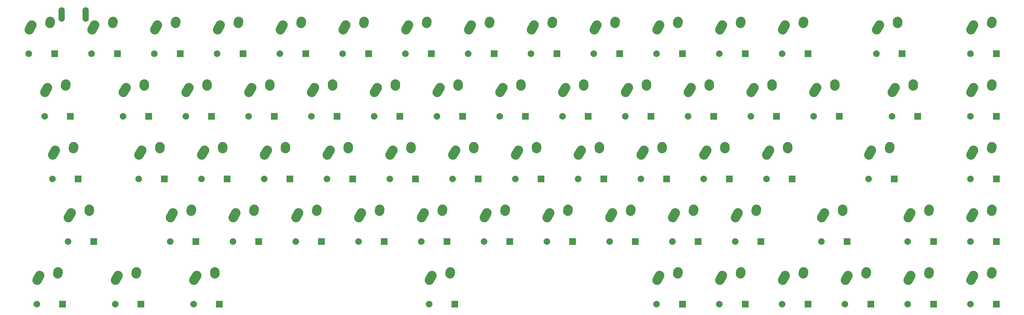
<source format=gts>
G04 #@! TF.FileFunction,Soldermask,Top*
%FSLAX46Y46*%
G04 Gerber Fmt 4.6, Leading zero omitted, Abs format (unit mm)*
G04 Created by KiCad (PCBNEW 4.0.7) date 01/28/18 20:53:29*
%MOMM*%
%LPD*%
G01*
G04 APERTURE LIST*
%ADD10C,0.100000*%
%ADD11C,2.900000*%
%ADD12R,2.000000X2.000000*%
%ADD13C,2.000000*%
%ADD14O,1.900000X4.400000*%
G04 APERTURE END LIST*
D10*
D11*
X104156703Y-38862546D02*
X103345797Y-40322454D01*
X109695974Y-37783172D02*
X109656526Y-38361828D01*
D12*
X92006250Y-47625000D03*
D13*
X84206250Y-47625000D03*
D12*
X96768750Y-66675000D03*
D13*
X88968750Y-66675000D03*
D12*
X99150000Y-85725000D03*
D13*
X91350000Y-85725000D03*
D12*
X103912500Y-104775000D03*
D13*
X96112500Y-104775000D03*
D12*
X94387500Y-123825000D03*
D13*
X86587500Y-123825000D03*
D12*
X111056250Y-47625000D03*
D13*
X103256250Y-47625000D03*
D12*
X120581250Y-66675000D03*
D13*
X112781250Y-66675000D03*
D12*
X125343750Y-85725000D03*
D13*
X117543750Y-85725000D03*
D12*
X134868750Y-104775000D03*
D13*
X127068750Y-104775000D03*
D12*
X118200000Y-123825000D03*
D13*
X110400000Y-123825000D03*
D12*
X142012500Y-123825000D03*
D13*
X134212500Y-123825000D03*
D12*
X130106250Y-47625000D03*
D13*
X122306250Y-47625000D03*
D12*
X139631250Y-66675000D03*
D13*
X131831250Y-66675000D03*
D12*
X144393750Y-85725000D03*
D13*
X136593750Y-85725000D03*
D12*
X153918750Y-104775000D03*
D13*
X146118750Y-104775000D03*
D12*
X149156250Y-47625000D03*
D13*
X141356250Y-47625000D03*
D12*
X158681250Y-66675000D03*
D13*
X150881250Y-66675000D03*
D12*
X163443750Y-85725000D03*
D13*
X155643750Y-85725000D03*
D12*
X172968750Y-104775000D03*
D13*
X165168750Y-104775000D03*
D12*
X168206250Y-47625000D03*
D13*
X160406250Y-47625000D03*
D12*
X177731250Y-66675000D03*
D13*
X169931250Y-66675000D03*
D12*
X182493750Y-85725000D03*
D13*
X174693750Y-85725000D03*
D12*
X192018750Y-104775000D03*
D13*
X184218750Y-104775000D03*
D12*
X187256250Y-47625000D03*
D13*
X179456250Y-47625000D03*
D12*
X196781250Y-66675000D03*
D13*
X188981250Y-66675000D03*
D12*
X201543750Y-85725000D03*
D13*
X193743750Y-85725000D03*
D12*
X211068750Y-104775000D03*
D13*
X203268750Y-104775000D03*
D12*
X206306250Y-47625000D03*
D13*
X198506250Y-47625000D03*
D12*
X215831250Y-66675000D03*
D13*
X208031250Y-66675000D03*
D12*
X220593750Y-85725000D03*
D13*
X212793750Y-85725000D03*
D12*
X230118750Y-104775000D03*
D13*
X222318750Y-104775000D03*
D12*
X213450000Y-123825000D03*
D13*
X205650000Y-123825000D03*
D12*
X225356250Y-47625000D03*
D13*
X217556250Y-47625000D03*
D12*
X234881250Y-66675000D03*
D13*
X227081250Y-66675000D03*
D12*
X239643750Y-85725000D03*
D13*
X231843750Y-85725000D03*
D12*
X249168750Y-104775000D03*
D13*
X241368750Y-104775000D03*
D12*
X244406250Y-47625000D03*
D13*
X236606250Y-47625000D03*
D12*
X253931250Y-66675000D03*
D13*
X246131250Y-66675000D03*
D12*
X258693750Y-85725000D03*
D13*
X250893750Y-85725000D03*
D12*
X268218750Y-104775000D03*
D13*
X260418750Y-104775000D03*
D12*
X263456250Y-47625000D03*
D13*
X255656250Y-47625000D03*
D12*
X272981250Y-66675000D03*
D13*
X265181250Y-66675000D03*
D12*
X277743750Y-85725000D03*
D13*
X269943750Y-85725000D03*
D12*
X287268750Y-104775000D03*
D13*
X279468750Y-104775000D03*
D12*
X282506250Y-47625000D03*
D13*
X274706250Y-47625000D03*
D12*
X292031250Y-66675000D03*
D13*
X284231250Y-66675000D03*
D12*
X296793750Y-85725000D03*
D13*
X288993750Y-85725000D03*
D12*
X306318750Y-104775000D03*
D13*
X298518750Y-104775000D03*
D12*
X282506250Y-123825000D03*
D13*
X274706250Y-123825000D03*
D12*
X301556250Y-47625000D03*
D13*
X293756250Y-47625000D03*
D12*
X311081250Y-66675000D03*
D13*
X303281250Y-66675000D03*
D12*
X315843750Y-85725000D03*
D13*
X308043750Y-85725000D03*
D12*
X301556250Y-123825000D03*
D13*
X293756250Y-123825000D03*
D12*
X320606250Y-47625000D03*
D13*
X312806250Y-47625000D03*
D12*
X330131250Y-66675000D03*
D13*
X322331250Y-66675000D03*
D12*
X346800000Y-85725000D03*
D13*
X339000000Y-85725000D03*
D12*
X358706250Y-104775000D03*
D13*
X350906250Y-104775000D03*
D12*
X320606250Y-123825000D03*
D13*
X312806250Y-123825000D03*
D12*
X349181250Y-47625000D03*
D13*
X341381250Y-47625000D03*
D12*
X353943750Y-66675000D03*
D13*
X346143750Y-66675000D03*
D12*
X377756250Y-85725000D03*
D13*
X369956250Y-85725000D03*
D12*
X377756250Y-104775000D03*
D13*
X369956250Y-104775000D03*
D12*
X358706250Y-123825000D03*
D13*
X350906250Y-123825000D03*
D12*
X377756250Y-47625000D03*
D13*
X369956250Y-47625000D03*
D12*
X377756250Y-66675000D03*
D13*
X369956250Y-66675000D03*
D12*
X377756250Y-123825000D03*
D13*
X369956250Y-123825000D03*
D14*
X94140000Y-35700000D03*
X101440000Y-35700000D03*
D11*
X85106703Y-38862546D02*
X84295797Y-40322454D01*
X90645974Y-37783172D02*
X90606526Y-38361828D01*
X89869203Y-57912546D02*
X89058297Y-59372454D01*
X95408474Y-56833172D02*
X95369026Y-57411828D01*
X92250453Y-76962546D02*
X91439547Y-78422454D01*
X97789724Y-75883172D02*
X97750276Y-76461828D01*
X97012953Y-96012546D02*
X96202047Y-97472454D01*
X102552224Y-94933172D02*
X102512776Y-95511828D01*
X87487953Y-115062546D02*
X86677047Y-116522454D01*
X93027224Y-113983172D02*
X92987776Y-114561828D01*
X113681703Y-57912546D02*
X112870797Y-59372454D01*
X119220974Y-56833172D02*
X119181526Y-57411828D01*
X118444203Y-76962546D02*
X117633297Y-78422454D01*
X123983474Y-75883172D02*
X123944026Y-76461828D01*
X127969203Y-96012546D02*
X127158297Y-97472454D01*
X133508474Y-94933172D02*
X133469026Y-95511828D01*
X111300453Y-115062546D02*
X110489547Y-116522454D01*
X116839724Y-113983172D02*
X116800276Y-114561828D01*
X135112953Y-115062546D02*
X134302047Y-116522454D01*
X140652224Y-113983172D02*
X140612776Y-114561828D01*
X123206703Y-38862546D02*
X122395797Y-40322454D01*
X128745974Y-37783172D02*
X128706526Y-38361828D01*
X132731703Y-57912546D02*
X131920797Y-59372454D01*
X138270974Y-56833172D02*
X138231526Y-57411828D01*
X137494203Y-76962546D02*
X136683297Y-78422454D01*
X143033474Y-75883172D02*
X142994026Y-76461828D01*
X147019203Y-96012546D02*
X146208297Y-97472454D01*
X152558474Y-94933172D02*
X152519026Y-95511828D01*
X142256703Y-38862546D02*
X141445797Y-40322454D01*
X147795974Y-37783172D02*
X147756526Y-38361828D01*
X151781703Y-57912546D02*
X150970797Y-59372454D01*
X157320974Y-56833172D02*
X157281526Y-57411828D01*
X156544203Y-76962546D02*
X155733297Y-78422454D01*
X162083474Y-75883172D02*
X162044026Y-76461828D01*
X166069203Y-96012546D02*
X165258297Y-97472454D01*
X171608474Y-94933172D02*
X171569026Y-95511828D01*
X161306703Y-38862546D02*
X160495797Y-40322454D01*
X166845974Y-37783172D02*
X166806526Y-38361828D01*
X170831703Y-57912546D02*
X170020797Y-59372454D01*
X176370974Y-56833172D02*
X176331526Y-57411828D01*
X175594203Y-76962546D02*
X174783297Y-78422454D01*
X181133474Y-75883172D02*
X181094026Y-76461828D01*
X185119203Y-96012546D02*
X184308297Y-97472454D01*
X190658474Y-94933172D02*
X190619026Y-95511828D01*
X180356703Y-38862546D02*
X179545797Y-40322454D01*
X185895974Y-37783172D02*
X185856526Y-38361828D01*
X189881703Y-57912546D02*
X189070797Y-59372454D01*
X195420974Y-56833172D02*
X195381526Y-57411828D01*
X194644203Y-76962546D02*
X193833297Y-78422454D01*
X200183474Y-75883172D02*
X200144026Y-76461828D01*
X204169203Y-96012546D02*
X203358297Y-97472454D01*
X209708474Y-94933172D02*
X209669026Y-95511828D01*
X199406703Y-38862546D02*
X198595797Y-40322454D01*
X204945974Y-37783172D02*
X204906526Y-38361828D01*
X208931703Y-57912546D02*
X208120797Y-59372454D01*
X214470974Y-56833172D02*
X214431526Y-57411828D01*
X213694203Y-76962546D02*
X212883297Y-78422454D01*
X219233474Y-75883172D02*
X219194026Y-76461828D01*
X223219203Y-96012546D02*
X222408297Y-97472454D01*
X228758474Y-94933172D02*
X228719026Y-95511828D01*
X206550453Y-115062546D02*
X205739547Y-116522454D01*
X212089724Y-113983172D02*
X212050276Y-114561828D01*
X218456703Y-38862546D02*
X217645797Y-40322454D01*
X223995974Y-37783172D02*
X223956526Y-38361828D01*
X227981703Y-57912546D02*
X227170797Y-59372454D01*
X233520974Y-56833172D02*
X233481526Y-57411828D01*
X232744203Y-76962546D02*
X231933297Y-78422454D01*
X238283474Y-75883172D02*
X238244026Y-76461828D01*
X242269203Y-96012546D02*
X241458297Y-97472454D01*
X247808474Y-94933172D02*
X247769026Y-95511828D01*
X237506703Y-38862546D02*
X236695797Y-40322454D01*
X243045974Y-37783172D02*
X243006526Y-38361828D01*
X247031703Y-57912546D02*
X246220797Y-59372454D01*
X252570974Y-56833172D02*
X252531526Y-57411828D01*
X251794203Y-76962546D02*
X250983297Y-78422454D01*
X257333474Y-75883172D02*
X257294026Y-76461828D01*
X261319203Y-96012546D02*
X260508297Y-97472454D01*
X266858474Y-94933172D02*
X266819026Y-95511828D01*
X256556703Y-38862546D02*
X255745797Y-40322454D01*
X262095974Y-37783172D02*
X262056526Y-38361828D01*
X266081703Y-57912546D02*
X265270797Y-59372454D01*
X271620974Y-56833172D02*
X271581526Y-57411828D01*
X270844203Y-76962546D02*
X270033297Y-78422454D01*
X276383474Y-75883172D02*
X276344026Y-76461828D01*
X280369203Y-96012546D02*
X279558297Y-97472454D01*
X285908474Y-94933172D02*
X285869026Y-95511828D01*
X275606703Y-38862546D02*
X274795797Y-40322454D01*
X281145974Y-37783172D02*
X281106526Y-38361828D01*
X285131703Y-57912546D02*
X284320797Y-59372454D01*
X290670974Y-56833172D02*
X290631526Y-57411828D01*
X289894203Y-76962546D02*
X289083297Y-78422454D01*
X295433474Y-75883172D02*
X295394026Y-76461828D01*
X299419203Y-96012546D02*
X298608297Y-97472454D01*
X304958474Y-94933172D02*
X304919026Y-95511828D01*
X275606703Y-115062546D02*
X274795797Y-116522454D01*
X281145974Y-113983172D02*
X281106526Y-114561828D01*
X294656703Y-38862546D02*
X293845797Y-40322454D01*
X300195974Y-37783172D02*
X300156526Y-38361828D01*
X304181703Y-57912546D02*
X303370797Y-59372454D01*
X309720974Y-56833172D02*
X309681526Y-57411828D01*
X308944203Y-76962546D02*
X308133297Y-78422454D01*
X314483474Y-75883172D02*
X314444026Y-76461828D01*
X294656703Y-115062546D02*
X293845797Y-116522454D01*
X300195974Y-113983172D02*
X300156526Y-114561828D01*
X313706703Y-38862546D02*
X312895797Y-40322454D01*
X319245974Y-37783172D02*
X319206526Y-38361828D01*
X323231703Y-57912546D02*
X322420797Y-59372454D01*
X328770974Y-56833172D02*
X328731526Y-57411828D01*
X339900453Y-76962546D02*
X339089547Y-78422454D01*
X345439724Y-75883172D02*
X345400276Y-76461828D01*
X351806703Y-96012546D02*
X350995797Y-97472454D01*
X357345974Y-94933172D02*
X357306526Y-95511828D01*
X313706703Y-115062546D02*
X312895797Y-116522454D01*
X319245974Y-113983172D02*
X319206526Y-114561828D01*
X342281703Y-38862546D02*
X341470797Y-40322454D01*
X347820974Y-37783172D02*
X347781526Y-38361828D01*
X347044203Y-57912546D02*
X346233297Y-59372454D01*
X352583474Y-56833172D02*
X352544026Y-57411828D01*
X370856703Y-76962546D02*
X370045797Y-78422454D01*
X376395974Y-75883172D02*
X376356526Y-76461828D01*
X370856703Y-96012546D02*
X370045797Y-97472454D01*
X376395974Y-94933172D02*
X376356526Y-95511828D01*
X351806703Y-115062546D02*
X350995797Y-116522454D01*
X357345974Y-113983172D02*
X357306526Y-114561828D01*
X370856703Y-38862546D02*
X370045797Y-40322454D01*
X376395974Y-37783172D02*
X376356526Y-38361828D01*
X370856703Y-57912546D02*
X370045797Y-59372454D01*
X376395974Y-56833172D02*
X376356526Y-57411828D01*
X370856703Y-115062546D02*
X370045797Y-116522454D01*
X376395974Y-113983172D02*
X376356526Y-114561828D01*
D12*
X339656250Y-123825000D03*
D13*
X331856250Y-123825000D03*
D11*
X332756703Y-115062546D02*
X331945797Y-116522454D01*
X338295974Y-113983172D02*
X338256526Y-114561828D01*
D12*
X332512500Y-104775000D03*
D13*
X324712500Y-104775000D03*
D11*
X325612953Y-96012546D02*
X324802047Y-97472454D01*
X331152224Y-94933172D02*
X331112776Y-95511828D01*
M02*

</source>
